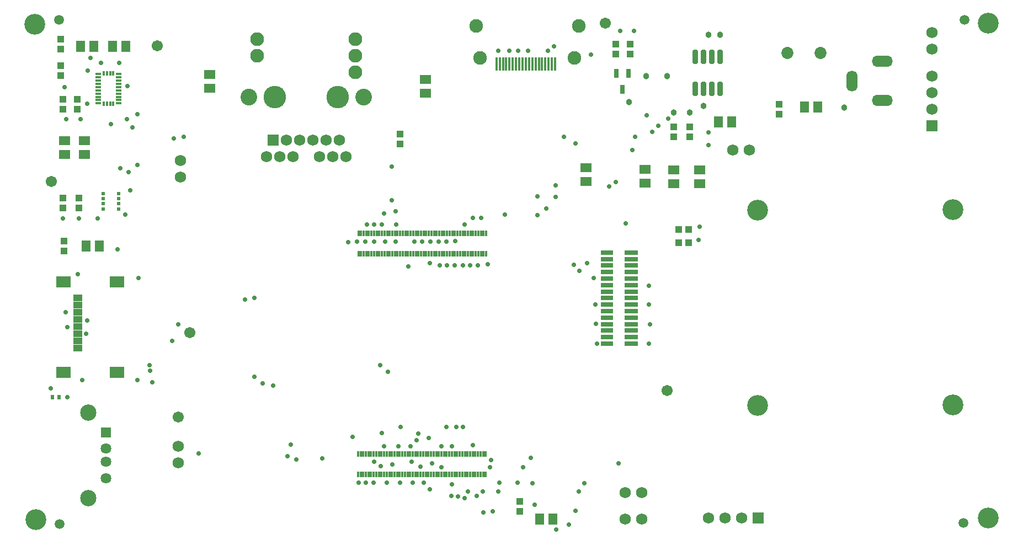
<source format=gts>
G04*
G04 #@! TF.GenerationSoftware,Altium Limited,Altium Designer,24.2.2 (26)*
G04*
G04 Layer_Color=8388736*
%FSLAX44Y44*%
%MOMM*%
G71*
G04*
G04 #@! TF.SameCoordinates,645CA30E-D4FA-4833-928D-5676ED25105E*
G04*
G04*
G04 #@! TF.FilePolarity,Negative*
G04*
G01*
G75*
%ADD26R,0.6000X0.7000*%
%ADD34R,0.4032X0.9032*%
%ADD35R,1.0032X1.0032*%
%ADD36R,1.4032X1.7032*%
%ADD37R,0.4000X2.0000*%
%ADD38R,1.0032X1.0032*%
%ADD39R,1.7032X1.4032*%
%ADD40R,2.0532X0.8032*%
%ADD41R,1.8532X0.8032*%
%ADD42R,0.8032X1.4532*%
%ADD43R,1.4032X1.0032*%
%ADD44R,2.2032X1.7032*%
G04:AMPARAMS|DCode=45|XSize=2.1732mm|YSize=0.8032mm|CornerRadius=0.1766mm|HoleSize=0mm|Usage=FLASHONLY|Rotation=270.000|XOffset=0mm|YOffset=0mm|HoleType=Round|Shape=RoundedRectangle|*
%AMROUNDEDRECTD45*
21,1,2.1732,0.4500,0,0,270.0*
21,1,1.8200,0.8032,0,0,270.0*
1,1,0.3532,-0.2250,-0.9100*
1,1,0.3532,-0.2250,0.9100*
1,1,0.3532,0.2250,0.9100*
1,1,0.3532,0.2250,-0.9100*
%
%ADD45ROUNDEDRECTD45*%
%ADD46R,0.8782X0.4532*%
%ADD47R,0.4532X0.7782*%
%ADD48R,0.6032X0.6032*%
%ADD49O,3.2192X1.7112*%
%ADD50O,1.7112X3.2192*%
%ADD51C,1.7272*%
%ADD52R,1.7272X1.7272*%
%ADD53C,3.4544*%
%ADD54C,2.1082*%
%ADD55C,2.5654*%
%ADD56C,2.0950*%
%ADD57C,1.7032*%
%ADD58C,1.8532*%
%ADD59C,1.6312*%
%ADD60R,1.7272X1.7272*%
%ADD61C,2.5032*%
%ADD62R,1.6312X1.6312*%
%ADD63C,0.7112*%
%ADD64C,3.2032*%
%ADD65C,0.9652*%
%ADD66C,1.5000*%
%ADD67C,3.2032*%
D26*
X59690Y210820D02*
D03*
X49690D02*
D03*
D34*
X519430Y431480D02*
D03*
Y462280D02*
D03*
X523430Y431480D02*
D03*
Y462280D02*
D03*
X527430Y431480D02*
D03*
Y462280D02*
D03*
X531430Y431480D02*
D03*
Y462280D02*
D03*
X535430Y431480D02*
D03*
Y462280D02*
D03*
X539430Y431480D02*
D03*
Y462280D02*
D03*
X543430Y431480D02*
D03*
Y462280D02*
D03*
X547430Y431480D02*
D03*
Y462280D02*
D03*
X551430Y431480D02*
D03*
Y462280D02*
D03*
X555430Y431480D02*
D03*
Y462280D02*
D03*
X559430Y431480D02*
D03*
Y462280D02*
D03*
X563430Y431480D02*
D03*
Y462280D02*
D03*
X567430Y431480D02*
D03*
Y462280D02*
D03*
X571430Y431480D02*
D03*
Y462280D02*
D03*
X575430Y431480D02*
D03*
Y462280D02*
D03*
X579430Y431480D02*
D03*
Y462280D02*
D03*
X583430Y431480D02*
D03*
Y462280D02*
D03*
X587430Y431480D02*
D03*
Y462280D02*
D03*
X591430Y431480D02*
D03*
Y462280D02*
D03*
X595430Y431480D02*
D03*
Y462280D02*
D03*
X599430Y431480D02*
D03*
Y462280D02*
D03*
X603430Y431480D02*
D03*
Y462280D02*
D03*
X607430Y431480D02*
D03*
Y462280D02*
D03*
X611430Y431480D02*
D03*
Y462280D02*
D03*
X615430Y431480D02*
D03*
Y462280D02*
D03*
X619430Y431480D02*
D03*
Y462280D02*
D03*
X623430Y431480D02*
D03*
Y462280D02*
D03*
X627430Y431480D02*
D03*
Y462280D02*
D03*
X631430Y431480D02*
D03*
Y462280D02*
D03*
X635430Y431480D02*
D03*
Y462280D02*
D03*
X639430Y431480D02*
D03*
Y462280D02*
D03*
X643430Y431480D02*
D03*
Y462280D02*
D03*
X647430Y431480D02*
D03*
Y462280D02*
D03*
X651430Y431480D02*
D03*
Y462280D02*
D03*
X655430Y431480D02*
D03*
Y462280D02*
D03*
X659430Y431480D02*
D03*
Y462280D02*
D03*
X663430Y431480D02*
D03*
Y462280D02*
D03*
X667430Y431480D02*
D03*
Y462280D02*
D03*
X671430Y431480D02*
D03*
Y462280D02*
D03*
X675430Y431480D02*
D03*
Y462280D02*
D03*
X679430Y431480D02*
D03*
Y462280D02*
D03*
X683430Y431480D02*
D03*
Y462280D02*
D03*
X687430Y431480D02*
D03*
Y462280D02*
D03*
X691430Y431480D02*
D03*
Y462280D02*
D03*
X695430Y431480D02*
D03*
Y462280D02*
D03*
X699430Y431480D02*
D03*
Y462280D02*
D03*
X703430Y431480D02*
D03*
Y462280D02*
D03*
X707430Y431480D02*
D03*
Y462280D02*
D03*
X711430Y431480D02*
D03*
Y462280D02*
D03*
X715430Y431480D02*
D03*
Y462280D02*
D03*
X518810Y92710D02*
D03*
Y123510D02*
D03*
X522810Y92710D02*
D03*
Y123510D02*
D03*
X526810Y92710D02*
D03*
Y123510D02*
D03*
X530810Y92710D02*
D03*
Y123510D02*
D03*
X534810Y92710D02*
D03*
Y123510D02*
D03*
X538810Y92710D02*
D03*
Y123510D02*
D03*
X542810Y92710D02*
D03*
Y123510D02*
D03*
X546810Y92710D02*
D03*
Y123510D02*
D03*
X550810Y92710D02*
D03*
Y123510D02*
D03*
X554810Y92710D02*
D03*
Y123510D02*
D03*
X558810Y92710D02*
D03*
Y123510D02*
D03*
X562810Y92710D02*
D03*
Y123510D02*
D03*
X566810Y92710D02*
D03*
Y123510D02*
D03*
X570810Y92710D02*
D03*
Y123510D02*
D03*
X574810Y92710D02*
D03*
Y123510D02*
D03*
X578810Y92710D02*
D03*
Y123510D02*
D03*
X582810Y92710D02*
D03*
Y123510D02*
D03*
X586810Y92710D02*
D03*
Y123510D02*
D03*
X590810Y92710D02*
D03*
Y123510D02*
D03*
X594810Y92710D02*
D03*
Y123510D02*
D03*
X598810Y92710D02*
D03*
Y123510D02*
D03*
X602810Y92710D02*
D03*
Y123510D02*
D03*
X606810Y92710D02*
D03*
Y123510D02*
D03*
X610810Y92710D02*
D03*
Y123510D02*
D03*
X614810Y92710D02*
D03*
Y123510D02*
D03*
X618810Y92710D02*
D03*
Y123510D02*
D03*
X622810Y92710D02*
D03*
Y123510D02*
D03*
X626810Y92710D02*
D03*
Y123510D02*
D03*
X630810Y92710D02*
D03*
Y123510D02*
D03*
X634810Y92710D02*
D03*
Y123510D02*
D03*
X638810Y92710D02*
D03*
Y123510D02*
D03*
X642810Y92710D02*
D03*
Y123510D02*
D03*
X646810Y92710D02*
D03*
Y123510D02*
D03*
X650810Y92710D02*
D03*
Y123510D02*
D03*
X654810Y92710D02*
D03*
Y123510D02*
D03*
X658810Y92710D02*
D03*
Y123510D02*
D03*
X662810Y92710D02*
D03*
Y123510D02*
D03*
X666810Y92710D02*
D03*
Y123510D02*
D03*
X670810Y92710D02*
D03*
Y123510D02*
D03*
X674810Y92710D02*
D03*
Y123510D02*
D03*
X678810Y92710D02*
D03*
Y123510D02*
D03*
X682810Y92710D02*
D03*
Y123510D02*
D03*
X686810Y92710D02*
D03*
Y123510D02*
D03*
X690810Y92710D02*
D03*
Y123510D02*
D03*
X694810Y92710D02*
D03*
Y123510D02*
D03*
X698810Y92710D02*
D03*
Y123510D02*
D03*
X702810Y92710D02*
D03*
Y123510D02*
D03*
X706810Y92710D02*
D03*
Y123510D02*
D03*
X710810Y92710D02*
D03*
Y123510D02*
D03*
X714810Y92710D02*
D03*
Y123510D02*
D03*
D35*
X767080Y35680D02*
D03*
Y50680D02*
D03*
X1011040Y448310D02*
D03*
X1026040D02*
D03*
X1011160Y468630D02*
D03*
X1026160D02*
D03*
X1164590Y660280D02*
D03*
Y645280D02*
D03*
X62230Y760610D02*
D03*
Y745610D02*
D03*
X67310Y435730D02*
D03*
Y450730D02*
D03*
D36*
X797220Y24130D02*
D03*
X818220D02*
D03*
X1224620Y656590D02*
D03*
X1203620D02*
D03*
X122260Y443230D02*
D03*
X101260D02*
D03*
X92710Y749300D02*
D03*
X113710D02*
D03*
X1071540Y633730D02*
D03*
X1092540D02*
D03*
X162900Y749300D02*
D03*
X141900D02*
D03*
D37*
X731250Y722550D02*
D03*
X736250D02*
D03*
X741250D02*
D03*
X746250D02*
D03*
X751250D02*
D03*
X756250D02*
D03*
X761250D02*
D03*
X766250D02*
D03*
X771250D02*
D03*
X781250D02*
D03*
X791250D02*
D03*
X796250D02*
D03*
X801250D02*
D03*
X806250D02*
D03*
X811250D02*
D03*
X816250D02*
D03*
X821250D02*
D03*
X786250D02*
D03*
X776250D02*
D03*
D38*
X90170Y516650D02*
D03*
Y501650D02*
D03*
X66040Y516650D02*
D03*
Y501650D02*
D03*
X935990Y737870D02*
D03*
Y752870D02*
D03*
X914400Y737870D02*
D03*
Y752870D02*
D03*
X1027430Y610990D02*
D03*
Y625990D02*
D03*
X1003300Y610990D02*
D03*
Y625990D02*
D03*
X66040Y652900D02*
D03*
Y667900D02*
D03*
X62230Y719970D02*
D03*
Y704970D02*
D03*
X87630Y652900D02*
D03*
Y667900D02*
D03*
X582930Y614560D02*
D03*
Y599560D02*
D03*
D39*
X1042670Y560070D02*
D03*
Y539070D02*
D03*
X1003300Y560070D02*
D03*
Y539070D02*
D03*
X99060Y604520D02*
D03*
Y583520D02*
D03*
X290830Y706460D02*
D03*
Y685460D02*
D03*
X622300Y677840D02*
D03*
Y698840D02*
D03*
X958850Y539410D02*
D03*
Y560410D02*
D03*
X868680Y541950D02*
D03*
Y562950D02*
D03*
X68580Y604860D02*
D03*
Y583860D02*
D03*
D40*
X937930Y293070D02*
D03*
Y303070D02*
D03*
Y313070D02*
D03*
Y323070D02*
D03*
Y333070D02*
D03*
Y343070D02*
D03*
Y353070D02*
D03*
Y363070D02*
D03*
Y373070D02*
D03*
Y383070D02*
D03*
Y393070D02*
D03*
Y403070D02*
D03*
Y413070D02*
D03*
Y423070D02*
D03*
Y433070D02*
D03*
D41*
X900430Y293070D02*
D03*
Y323070D02*
D03*
Y353070D02*
D03*
Y363070D02*
D03*
Y373070D02*
D03*
Y383070D02*
D03*
Y393070D02*
D03*
Y403070D02*
D03*
Y413070D02*
D03*
Y423070D02*
D03*
Y433070D02*
D03*
Y313070D02*
D03*
Y303070D02*
D03*
Y343070D02*
D03*
Y333070D02*
D03*
D42*
X934080Y708460D02*
D03*
X915040D02*
D03*
X924560Y683460D02*
D03*
D43*
X88900Y286630D02*
D03*
Y297630D02*
D03*
Y308630D02*
D03*
Y319630D02*
D03*
Y330630D02*
D03*
Y341630D02*
D03*
Y352630D02*
D03*
Y363630D02*
D03*
D44*
X66900Y388330D02*
D03*
X148900D02*
D03*
Y249430D02*
D03*
X66900D02*
D03*
D45*
X1074420Y733360D02*
D03*
X1061720D02*
D03*
X1049020D02*
D03*
X1036320D02*
D03*
Y683960D02*
D03*
X1049020D02*
D03*
X1061720D02*
D03*
X1074420D02*
D03*
D46*
X151520Y702030D02*
D03*
Y697030D02*
D03*
Y692030D02*
D03*
Y687030D02*
D03*
Y682030D02*
D03*
Y677030D02*
D03*
Y672030D02*
D03*
Y667030D02*
D03*
Y662030D02*
D03*
X120260D02*
D03*
Y667030D02*
D03*
Y672030D02*
D03*
Y677030D02*
D03*
Y682030D02*
D03*
Y687030D02*
D03*
Y692030D02*
D03*
Y697030D02*
D03*
Y702030D02*
D03*
Y707030D02*
D03*
X151520D02*
D03*
D47*
X143390Y661400D02*
D03*
X138390D02*
D03*
X133390D02*
D03*
X128390D02*
D03*
Y707660D02*
D03*
X133390D02*
D03*
X138390D02*
D03*
X143390D02*
D03*
D48*
X151700Y499810D02*
D03*
Y507810D02*
D03*
Y515810D02*
D03*
Y523810D02*
D03*
X127700D02*
D03*
Y515810D02*
D03*
Y507810D02*
D03*
Y499810D02*
D03*
D49*
X1323340Y666440D02*
D03*
Y726440D02*
D03*
D50*
X1276340Y696440D02*
D03*
D51*
X1056640Y25400D02*
D03*
X1082040D02*
D03*
X1107440D02*
D03*
X928370Y64770D02*
D03*
X953770D02*
D03*
X928370Y24130D02*
D03*
X953770D02*
D03*
X489966Y605790D02*
D03*
X500126Y580390D02*
D03*
X378206D02*
D03*
X418846D02*
D03*
X398526D02*
D03*
X429006Y605790D02*
D03*
X408686D02*
D03*
X469646D02*
D03*
X449326D02*
D03*
X479806Y580390D02*
D03*
X459486D02*
D03*
X242570Y110490D02*
D03*
Y135890D02*
D03*
X1399540Y652780D02*
D03*
Y678180D02*
D03*
Y703580D02*
D03*
Y770890D02*
D03*
Y745490D02*
D03*
X1093470Y590550D02*
D03*
X1118870D02*
D03*
X246380Y574040D02*
D03*
Y548640D02*
D03*
D52*
X1132840Y25400D02*
D03*
X388366Y605790D02*
D03*
D53*
X390906Y671830D02*
D03*
X487426D02*
D03*
D54*
X363982Y735330D02*
D03*
Y760730D02*
D03*
X514350Y709930D02*
D03*
Y735330D02*
D03*
Y760730D02*
D03*
D55*
X351282Y671830D02*
D03*
X527050D02*
D03*
D56*
X851250Y731550D02*
D03*
X706250D02*
D03*
X857250Y781050D02*
D03*
X700250D02*
D03*
D57*
X897890Y784860D02*
D03*
X993140Y220980D02*
D03*
X242570Y180340D02*
D03*
X48260Y542290D02*
D03*
X210820Y750570D02*
D03*
X260350Y309880D02*
D03*
D58*
X1228090Y739140D02*
D03*
X1177290D02*
D03*
D59*
X132410Y111920D02*
D03*
Y131920D02*
D03*
Y86920D02*
D03*
D60*
X1399540Y627380D02*
D03*
D61*
X105310Y56220D02*
D03*
Y187620D02*
D03*
D62*
X132410Y156920D02*
D03*
D63*
X866140Y78740D02*
D03*
X842010Y15240D02*
D03*
X711200Y34290D02*
D03*
X107950Y731520D02*
D03*
X203200Y233680D02*
D03*
X552450Y260350D02*
D03*
X372110Y232410D02*
D03*
X654050Y165100D02*
D03*
X849630Y414020D02*
D03*
X786130Y78740D02*
D03*
X783590Y118110D02*
D03*
X614680Y104140D02*
D03*
X662940Y77470D02*
D03*
X619760Y80010D02*
D03*
X694690Y486410D02*
D03*
X707390D02*
D03*
X681990Y476250D02*
D03*
X668020Y450850D02*
D03*
X882650Y353060D02*
D03*
X543560Y111760D02*
D03*
X822960Y7620D02*
D03*
X979170Y627380D02*
D03*
X970280Y618490D02*
D03*
X669290Y165100D02*
D03*
X679450D02*
D03*
X627380Y148590D02*
D03*
X611356Y155426D02*
D03*
X632460Y109220D02*
D03*
X646430Y103632D02*
D03*
X600710Y111760D02*
D03*
X608330Y144780D02*
D03*
X694690Y137160D02*
D03*
X858520Y405130D02*
D03*
X883920Y323850D02*
D03*
X725170Y35560D02*
D03*
X852170Y36830D02*
D03*
X605207Y449941D02*
D03*
X857250Y66040D02*
D03*
X734060D02*
D03*
X763270Y80010D02*
D03*
X735330D02*
D03*
X880110Y393700D02*
D03*
X503942Y448997D02*
D03*
X576580Y449580D02*
D03*
X516890D02*
D03*
X529590D02*
D03*
X543560D02*
D03*
X560070D02*
D03*
X595630Y411480D02*
D03*
X628650Y416560D02*
D03*
X554990Y156210D02*
D03*
X510540Y149860D02*
D03*
X519430Y80010D02*
D03*
X388620Y228600D02*
D03*
X885190Y293370D02*
D03*
X717550Y415290D02*
D03*
X543560Y476250D02*
D03*
X628650Y69850D02*
D03*
X558800Y492760D02*
D03*
X577342Y476250D02*
D03*
X701040Y59690D02*
D03*
X709930Y66040D02*
D03*
X687070D02*
D03*
X681990Y55880D02*
D03*
X671830Y58420D02*
D03*
X661670Y59690D02*
D03*
X571500Y107950D02*
D03*
X580390Y135890D02*
D03*
X558800D02*
D03*
X722630Y114808D02*
D03*
X603038Y80222D02*
D03*
X584200Y165100D02*
D03*
X1056640Y598170D02*
D03*
X852170Y600710D02*
D03*
X744220Y491490D02*
D03*
X807720Y500380D02*
D03*
X233680Y297180D02*
D03*
X1041400Y452120D02*
D03*
X1042670Y472440D02*
D03*
X180340Y645160D02*
D03*
X939800Y590550D02*
D03*
X242570Y322580D02*
D03*
X274320Y124460D02*
D03*
X961390Y643890D02*
D03*
X345440Y360680D02*
D03*
X180340Y567690D02*
D03*
X410210Y120650D02*
D03*
X236220Y608330D02*
D03*
X965200Y382270D02*
D03*
Y353060D02*
D03*
X966470Y322580D02*
D03*
X965200Y293370D02*
D03*
X617220Y449580D02*
D03*
X629920D02*
D03*
X642620D02*
D03*
X654050D02*
D03*
X690880Y413004D02*
D03*
X702310D02*
D03*
X643890D02*
D03*
X655189D02*
D03*
X679450D02*
D03*
X666750D02*
D03*
X929640Y477520D02*
D03*
X904240Y534670D02*
D03*
X869950Y416560D02*
D03*
X576580Y496570D02*
D03*
X918210Y109220D02*
D03*
X721360Y103632D02*
D03*
X772160D02*
D03*
X793750Y519430D02*
D03*
Y490220D02*
D03*
X564642Y250190D02*
D03*
X570230Y513080D02*
D03*
X764540Y742950D02*
D03*
X168910Y528320D02*
D03*
X172720Y624840D02*
D03*
X163830Y637540D02*
D03*
X920750Y773430D02*
D03*
X942340D02*
D03*
X570230Y565150D02*
D03*
X819150Y749300D02*
D03*
X530860Y80010D02*
D03*
X582930D02*
D03*
X251460Y610870D02*
D03*
X166370Y556260D02*
D03*
X153670Y562610D02*
D03*
X553720Y105410D02*
D03*
X463550Y116840D02*
D03*
X424180Y115570D02*
D03*
X415290Y138430D02*
D03*
X810260Y742950D02*
D03*
X750570D02*
D03*
X779780D02*
D03*
X599440Y135890D02*
D03*
X102870Y661670D02*
D03*
X1056640Y617220D02*
D03*
X994410Y638810D02*
D03*
X914400Y541020D02*
D03*
X943610Y610870D02*
D03*
X876300Y736600D02*
D03*
X66040Y485140D02*
D03*
X68580Y687070D02*
D03*
X71120Y637540D02*
D03*
X88900Y400050D02*
D03*
X90170Y485140D02*
D03*
X92710Y637540D02*
D03*
X104140Y712470D02*
D03*
X119380Y485140D02*
D03*
X124460Y723900D02*
D03*
X139700Y629920D02*
D03*
X149860Y438150D02*
D03*
X152541Y723759D02*
D03*
X161290Y491490D02*
D03*
X69850Y341630D02*
D03*
X72390Y318770D02*
D03*
X101459Y308469D02*
D03*
X102870Y328930D02*
D03*
X542290Y80010D02*
D03*
X532130Y476250D02*
D03*
X554990D02*
D03*
X789940Y45720D02*
D03*
X821690Y518160D02*
D03*
Y535940D02*
D03*
X734060Y742950D02*
D03*
X834390Y610870D02*
D03*
X562610Y80010D02*
D03*
X46990Y224790D02*
D03*
X72390Y210820D02*
D03*
X95250Y237490D02*
D03*
X180340D02*
D03*
X181610Y393700D02*
D03*
X198896Y259856D02*
D03*
X199390Y251460D02*
D03*
X359410Y242570D02*
D03*
Y363220D02*
D03*
X165100Y688340D02*
D03*
X646430Y135890D02*
D03*
X662940D02*
D03*
D64*
X24130Y22860D02*
D03*
X22860Y783590D02*
D03*
X1485900Y25400D02*
D03*
Y784860D02*
D03*
D65*
X960882Y703580D02*
D03*
X1027430Y647700D02*
D03*
X1264920Y655320D02*
D03*
X1003300Y647700D02*
D03*
X1049020Y657860D02*
D03*
X934720Y664210D02*
D03*
X993140Y703580D02*
D03*
X1074420Y767080D02*
D03*
X1056640D02*
D03*
D66*
X1449070Y789940D02*
D03*
X1447800Y17780D02*
D03*
X60960Y16510D02*
D03*
X59690Y789940D02*
D03*
D67*
X1131570Y198120D02*
D03*
X1431290Y199390D02*
D03*
Y499110D02*
D03*
X1131570Y497840D02*
D03*
M02*

</source>
